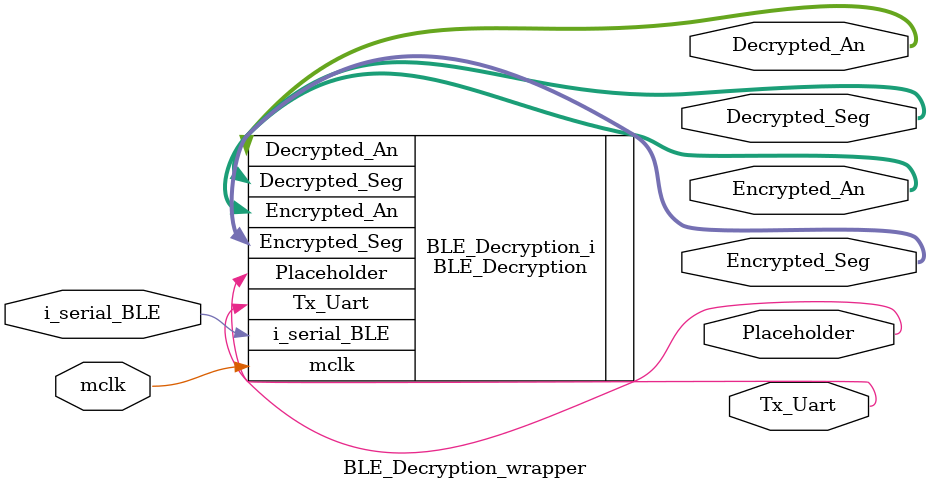
<source format=v>
`timescale 1 ps / 1 ps

module BLE_Decryption_wrapper
   (Decrypted_An,
    Decrypted_Seg,
    Encrypted_An,
    Encrypted_Seg,
    Placeholder,
    Tx_Uart,
    i_serial_BLE,
    mclk);
  output [3:0]Decrypted_An;
  output [6:0]Decrypted_Seg;
  output [3:0]Encrypted_An;
  output [6:0]Encrypted_Seg;
  output Placeholder;
  output Tx_Uart;
  input i_serial_BLE;
  input mclk;

  wire [3:0]Decrypted_An;
  wire [6:0]Decrypted_Seg;
  wire [3:0]Encrypted_An;
  wire [6:0]Encrypted_Seg;
  wire Placeholder;
  wire Tx_Uart;
  wire i_serial_BLE;
  wire mclk;

  BLE_Decryption BLE_Decryption_i
       (.Decrypted_An(Decrypted_An),
        .Decrypted_Seg(Decrypted_Seg),
        .Encrypted_An(Encrypted_An),
        .Encrypted_Seg(Encrypted_Seg),
        .Placeholder(Placeholder),
        .Tx_Uart(Tx_Uart),
        .i_serial_BLE(i_serial_BLE),
        .mclk(mclk));
endmodule

</source>
